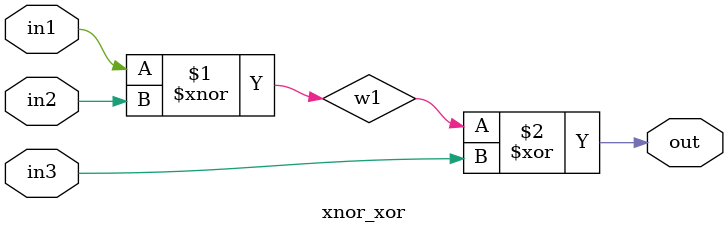
<source format=v>
module xnor_xor (
    input  wire in1,
    input  wire in2,
    input  wire in3,
    output wire out
);
    // TODO: Implement the logic here
    assign w1 = in1~^in2;
    assign out = w1^in3;

endmodule
</source>
